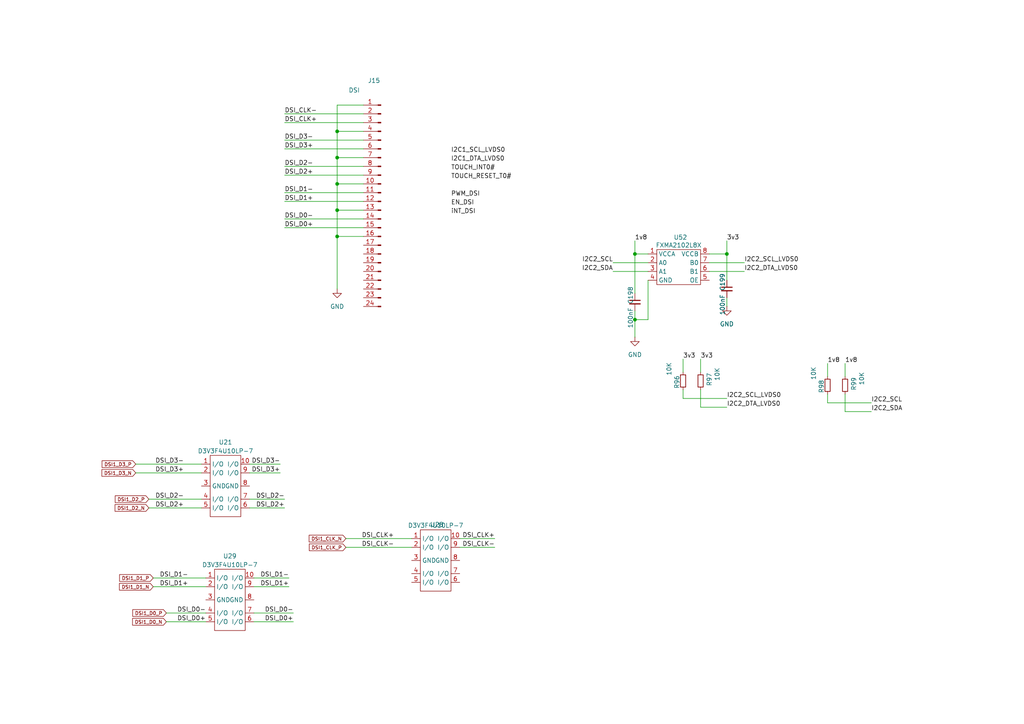
<source format=kicad_sch>
(kicad_sch (version 20250114) (generator "eeschema") (generator_version "9.0")
  (paper "A4")
  (lib_symbols
    (symbol "Connector:Conn_01x24_Pin" (pin_names (offset 1.016) (hide yes))
      (property "Reference" "J" (at 0 30.48 0))
      (property "Value" "Conn_01x24_Pin" (at 0 -33.02 0))
      (symbol "Conn_01x24_Pin_1_1"
        (rectangle (start 0.8636 28.067) (end 0 27.813) (stroke (width 0.1524)) (fill (type outline)))
        (rectangle (start 0.8636 25.527) (end 0 25.273) (stroke (width 0.1524)) (fill (type outline)))
        (rectangle (start 0.8636 22.987) (end 0 22.733) (stroke (width 0.1524)) (fill (type outline)))
        (rectangle (start 0.8636 20.447) (end 0 20.193) (stroke (width 0.1524)) (fill (type outline)))
        (rectangle (start 0.8636 17.907) (end 0 17.653) (stroke (width 0.1524)) (fill (type outline)))
        (rectangle (start 0.8636 15.367) (end 0 15.113) (stroke (width 0.1524)) (fill (type outline)))
        (rectangle (start 0.8636 12.827) (end 0 12.573) (stroke (width 0.1524)) (fill (type outline)))
        (rectangle (start 0.8636 10.287) (end 0 10.033) (stroke (width 0.1524)) (fill (type outline)))
        (rectangle (start 0.8636 7.747) (end 0 7.493) (stroke (width 0.1524)) (fill (type outline)))
        (rectangle (start 0.8636 5.207) (end 0 4.953) (stroke (width 0.1524)) (fill (type outline)))
        (rectangle (start 0.8636 2.667) (end 0 2.413) (stroke (width 0.1524)) (fill (type outline)))
        (rectangle (start 0.8636 0.127) (end 0 -0.127) (stroke (width 0.1524)) (fill (type outline)))
        (rectangle (start 0.8636 -2.413) (end 0 -2.667) (stroke (width 0.1524)) (fill (type outline)))
        (rectangle (start 0.8636 -4.953) (end 0 -5.207) (stroke (width 0.1524)) (fill (type outline)))
        (rectangle (start 0.8636 -7.493) (end 0 -7.747) (stroke (width 0.1524)) (fill (type outline)))
        (rectangle (start 0.8636 -10.033) (end 0 -10.287) (stroke (width 0.1524)) (fill (type outline)))
        (rectangle (start 0.8636 -12.573) (end 0 -12.827) (stroke (width 0.1524)) (fill (type outline)))
        (rectangle (start 0.8636 -15.113) (end 0 -15.367) (stroke (width 0.1524)) (fill (type outline)))
        (rectangle (start 0.8636 -17.653) (end 0 -17.907) (stroke (width 0.1524)) (fill (type outline)))
        (rectangle (start 0.8636 -20.193) (end 0 -20.447) (stroke (width 0.1524)) (fill (type outline)))
        (rectangle (start 0.8636 -22.733) (end 0 -22.987) (stroke (width 0.1524)) (fill (type outline)))
        (rectangle (start 0.8636 -25.273) (end 0 -25.527) (stroke (width 0.1524)) (fill (type outline)))
        (rectangle (start 0.8636 -27.813) (end 0 -28.067) (stroke (width 0.1524)) (fill (type outline)))
        (rectangle (start 0.8636 -30.353) (end 0 -30.607) (stroke (width 0.1524)) (fill (type outline)))
        (polyline (pts (xy 1.27 27.94) (xy 0.8636 27.94)) (stroke (width 0.1524)))
        (polyline (pts (xy 1.27 25.4) (xy 0.8636 25.4)) (stroke (width 0.1524)))
        (polyline (pts (xy 1.27 22.86) (xy 0.8636 22.86)) (stroke (width 0.1524)))
        (polyline (pts (xy 1.27 20.32) (xy 0.8636 20.32)) (stroke (width 0.1524)))
        (polyline (pts (xy 1.27 17.78) (xy 0.8636 17.78)) (stroke (width 0.1524)))
        (polyline (pts (xy 1.27 15.24) (xy 0.8636 15.24)) (stroke (width 0.1524)))
        (polyline (pts (xy 1.27 12.7) (xy 0.8636 12.7)) (stroke (width 0.1524)))
        (polyline (pts (xy 1.27 10.16) (xy 0.8636 10.16)) (stroke (width 0.1524)))
        (polyline (pts (xy 1.27 7.62) (xy 0.8636 7.62)) (stroke (width 0.1524)))
        (polyline (pts (xy 1.27 5.08) (xy 0.8636 5.08)) (stroke (width 0.1524)))
        (polyline (pts (xy 1.27 2.54) (xy 0.8636 2.54)) (stroke (width 0.1524)))
        (polyline (pts (xy 1.27 0) (xy 0.8636 0)) (stroke (width 0.1524)))
        (polyline (pts (xy 1.27 -2.54) (xy 0.8636 -2.54)) (stroke (width 0.1524)))
        (polyline (pts (xy 1.27 -5.08) (xy 0.8636 -5.08)) (stroke (width 0.1524)))
        (polyline (pts (xy 1.27 -7.62) (xy 0.8636 -7.62)) (stroke (width 0.1524)))
        (polyline (pts (xy 1.27 -10.16) (xy 0.8636 -10.16)) (stroke (width 0.1524)))
        (polyline (pts (xy 1.27 -12.7) (xy 0.8636 -12.7)) (stroke (width 0.1524)))
        (polyline (pts (xy 1.27 -15.24) (xy 0.8636 -15.24)) (stroke (width 0.1524)))
        (polyline (pts (xy 1.27 -17.78) (xy 0.8636 -17.78)) (stroke (width 0.1524)))
        (polyline (pts (xy 1.27 -20.32) (xy 0.8636 -20.32)) (stroke (width 0.1524)))
        (polyline (pts (xy 1.27 -22.86) (xy 0.8636 -22.86)) (stroke (width 0.1524)))
        (polyline (pts (xy 1.27 -25.4) (xy 0.8636 -25.4)) (stroke (width 0.1524)))
        (polyline (pts (xy 1.27 -27.94) (xy 0.8636 -27.94)) (stroke (width 0.1524)))
        (polyline (pts (xy 1.27 -30.48) (xy 0.8636 -30.48)) (stroke (width 0.1524)))
        (pin passive line (at 5.08 27.94 180) (length 3.81) (name "Pin_1") (number "1"))
        (pin passive line (at 5.08 25.4 180) (length 3.81) (name "Pin_2") (number "2"))
        (pin passive line (at 5.08 22.86 180) (length 3.81) (name "Pin_3") (number "3"))
        (pin passive line (at 5.08 20.32 180) (length 3.81) (name "Pin_4") (number "4"))
        (pin passive line (at 5.08 17.78 180) (length 3.81) (name "Pin_5") (number "5"))
        (pin passive line (at 5.08 15.24 180) (length 3.81) (name "Pin_6") (number "6"))
        (pin passive line (at 5.08 12.7 180) (length 3.81) (name "Pin_7") (number "7"))
        (pin passive line (at 5.08 10.16 180) (length 3.81) (name "Pin_8") (number "8"))
        (pin passive line (at 5.08 7.62 180) (length 3.81) (name "Pin_9") (number "9"))
        (pin passive line (at 5.08 5.08 180) (length 3.81) (name "Pin_10") (number "10"))
        (pin passive line (at 5.08 2.54 180) (length 3.81) (name "Pin_11") (number "11"))
        (pin passive line (at 5.08 0 180) (length 3.81) (name "Pin_12") (number "12"))
        (pin passive line (at 5.08 -2.54 180) (length 3.81) (name "Pin_13") (number "13"))
        (pin passive line (at 5.08 -5.08 180) (length 3.81) (name "Pin_14") (number "14"))
        (pin passive line (at 5.08 -7.62 180) (length 3.81) (name "Pin_15") (number "15"))
        (pin passive line (at 5.08 -10.16 180) (length 3.81) (name "Pin_16") (number "16"))
        (pin passive line (at 5.08 -12.7 180) (length 3.81) (name "Pin_17") (number "17"))
        (pin passive line (at 5.08 -15.24 180) (length 3.81) (name "Pin_18") (number "18"))
        (pin passive line (at 5.08 -17.78 180) (length 3.81) (name "Pin_19") (number "19"))
        (pin passive line (at 5.08 -20.32 180) (length 3.81) (name "Pin_20") (number "20"))
        (pin passive line (at 5.08 -22.86 180) (length 3.81) (name "Pin_21") (number "21"))
        (pin passive line (at 5.08 -25.4 180) (length 3.81) (name "Pin_22") (number "22"))
        (pin passive line (at 5.08 -27.94 180) (length 3.81) (name "Pin_23") (number "23"))
        (pin passive line (at 5.08 -30.48 180) (length 3.81) (name "Pin_24") (number "24"))
      )
    )
    (symbol "Device:C_Small" (pin_numbers (hide yes)) (pin_names (offset 0.254) (hide yes))
      (property "Reference" "C" (at 0.254 1.778 0))
      (property "Value" "C_Small" (at 0.254 -2.032 0))
      (symbol "C_Small_0_1"
        (polyline (pts (xy -1.524 0.508) (xy 1.524 0.508)) (stroke (width 0.3048)))
        (polyline (pts (xy -1.524 -0.508) (xy 1.524 -0.508)) (stroke (width 0.3302)))
      )
      (symbol "C_Small_1_1"
        (pin passive line (at 0 2.54 270) (length 2.032) (name "~") (number "1"))
        (pin passive line (at 0 -2.54 90) (length 2.032) (name "~") (number "2"))
      )
    )
    (symbol "Device:R_Small" (pin_numbers (hide yes)) (pin_names (offset 0.254) (hide yes))
      (property "Reference" "R" (at 0.762 0.508 0))
      (property "Value" "R_Small" (at 0.762 -1.016 0))
      (symbol "R_Small_0_1"
        (rectangle (start -0.762 1.778) (end 0.762 -1.778) (stroke (width 0.2032)))
      )
      (symbol "R_Small_1_1"
        (pin passive line (at 0 2.54 270) (length 0.762) (name "~") (number "1"))
        (pin passive line (at 0 -2.54 90) (length 0.762) (name "~") (number "2"))
      )
    )
    (symbol "_W_MX8M:D3V3F4U10LP-7"
      (property "Reference" "U" (at -0.254 5.334 0))
      (symbol "D3V3F4U10LP-7_0_1"
        (rectangle (start -5.08 3.81) (end 3.81 -13.97))
      )
      (symbol "D3V3F4U10LP-7_1_1"
        (pin input line (at -7.62 1.27 0) (length 2.54) (name "I/O") (number "1"))
        (pin input line (at -7.62 -1.27 0) (length 2.54) (name "I/O") (number "2"))
        (pin input line (at -7.62 -5.08 0) (length 2.54) (name "GND") (number "3"))
        (pin input line (at -7.62 -8.89 0) (length 2.54) (name "I/O") (number "4"))
        (pin input line (at -7.62 -11.43 0) (length 2.54) (name "I/O") (number "5"))
        (pin input line (at 6.35 1.27 180) (length 2.54) (name "I/O") (number "10"))
        (pin input line (at 6.35 -1.27 180) (length 2.54) (name "I/O") (number "9"))
        (pin input line (at 6.35 -5.08 180) (length 2.54) (name "GND") (number "8"))
        (pin input line (at 6.35 -8.89 180) (length 2.54) (name "I/O") (number "7"))
        (pin input line (at 6.35 -11.43 180) (length 2.54) (name "I/O") (number "6"))
      )
    )
    (symbol "_W_MX8M:FXMA2102L8X"
      (property "Reference" "U" (at 1.016 9.144 0))
      (symbol "FXMA2102L8X_0_1"
        (rectangle (start -5.08 7.62) (end 7.62 -2.54))
      )
      (symbol "FXMA2102L8X_1_1"
        (pin input line (at -7.62 6.35 0) (length 2.54) (name "VCCA") (number "1"))
        (pin input line (at -7.62 3.81 0) (length 2.54) (name "A0") (number "2"))
        (pin input line (at -7.62 1.27 0) (length 2.54) (name "A1") (number "3"))
        (pin input line (at -7.62 -1.27 0) (length 2.54) (name "GND") (number "4"))
        (pin input line (at 10.16 6.35 180) (length 2.54) (name "VCCB") (number "8"))
        (pin input line (at 10.16 3.81 180) (length 2.54) (name "B0") (number "7"))
        (pin input line (at 10.16 1.27 180) (length 2.54) (name "B1") (number "6"))
        (pin input line (at 10.16 -1.27 180) (length 2.54) (name "OE") (number "5"))
      )
    )
    (symbol "power:GND" (power) (pin_numbers (hide yes)) (pin_names (offset 0) (hide yes))
      (property "Value" "GND" (at 0 -3.81 0))
      (symbol "GND_0_1"
        (polyline (pts (xy 0 0) (xy 0 -1.27) (xy 1.27 -1.27) (xy 0 -2.54) (xy -1.27 -1.27) (xy 0 -1.27)))
      )
      (symbol "GND_1_1"
        (pin power_in line (at 0 0 270) (length 0) (name "~") (number "1"))
      )
    )
  )
  (junction (at 97.79 38.1))
  (junction (at 184.15 73.66))
  (junction (at 97.79 53.34))
  (junction (at 97.79 60.96))
  (junction (at 97.79 45.72))
  (junction (at 210.82 73.66))
  (junction (at 184.15 92.71))
  (junction (at 97.79 68.58))
  (wire (pts (xy 133.35 158.75) (xy 143.51 158.75)))
  (wire (pts (xy 48.26 177.8) (xy 59.69 177.8)))
  (wire (pts (xy 105.41 30.48) (xy 97.79 30.48)))
  (wire (pts (xy 198.12 104.14) (xy 198.12 107.95)))
  (wire (pts (xy 73.66 180.34) (xy 85.09 180.34)))
  (wire (pts (xy 97.79 30.48) (xy 97.79 38.1)))
  (wire (pts (xy 82.55 50.8) (xy 105.41 50.8)))
  (wire (pts (xy 82.55 43.18) (xy 105.41 43.18)))
  (wire (pts (xy 105.41 38.1) (xy 97.79 38.1)))
  (wire (pts (xy 184.15 92.71) (xy 187.96 92.71)))
  (wire (pts (xy 72.39 134.62) (xy 81.28 134.62)))
  (wire (pts (xy 97.79 38.1) (xy 97.79 45.72)))
  (wire (pts (xy 187.96 78.74) (xy 177.8 78.74)))
  (wire (pts (xy 72.39 144.78) (xy 82.55 144.78)))
  (wire (pts (xy 240.03 105.41) (xy 240.03 109.22)))
  (wire (pts (xy 205.74 73.66) (xy 210.82 73.66)))
  (wire (pts (xy 43.18 147.32) (xy 58.42 147.32)))
  (wire (pts (xy 43.18 144.78) (xy 58.42 144.78)))
  (wire (pts (xy 39.37 134.62) (xy 58.42 134.62)))
  (wire (pts (xy 39.37 137.16) (xy 58.42 137.16)))
  (wire (pts (xy 97.79 45.72) (xy 97.79 53.34)))
  (wire (pts (xy 245.11 119.38) (xy 252.73 119.38)))
  (wire (pts (xy 72.39 137.16) (xy 81.28 137.16)))
  (wire (pts (xy 100.33 156.21) (xy 119.38 156.21)))
  (wire (pts (xy 210.82 86.36) (xy 210.82 88.9)))
  (wire (pts (xy 205.74 78.74) (xy 215.9 78.74)))
  (wire (pts (xy 210.82 69.85) (xy 210.82 73.66)))
  (wire (pts (xy 133.35 156.21) (xy 143.51 156.21)))
  (wire (pts (xy 100.33 158.75) (xy 119.38 158.75)))
  (wire (pts (xy 240.03 116.84) (xy 252.73 116.84)))
  (wire (pts (xy 245.11 114.3) (xy 245.11 119.38)))
  (wire (pts (xy 203.2 104.14) (xy 203.2 107.95)))
  (wire (pts (xy 82.55 35.56) (xy 105.41 35.56)))
  (wire (pts (xy 105.41 45.72) (xy 97.79 45.72)))
  (wire (pts (xy 205.74 76.2) (xy 215.9 76.2)))
  (wire (pts (xy 187.96 81.28) (xy 187.96 92.71)))
  (wire (pts (xy 210.82 73.66) (xy 210.82 81.28)))
  (wire (pts (xy 97.79 68.58) (xy 97.79 83.82)))
  (wire (pts (xy 203.2 118.11) (xy 210.82 118.11)))
  (wire (pts (xy 73.66 167.64) (xy 83.82 167.64)))
  (wire (pts (xy 82.55 55.88) (xy 105.41 55.88)))
  (wire (pts (xy 184.15 69.85) (xy 184.15 73.66)))
  (wire (pts (xy 198.12 115.57) (xy 210.82 115.57)))
  (wire (pts (xy 187.96 73.66) (xy 184.15 73.66)))
  (wire (pts (xy 82.55 48.26) (xy 105.41 48.26)))
  (wire (pts (xy 82.55 33.02) (xy 105.41 33.02)))
  (wire (pts (xy 184.15 73.66) (xy 184.15 85.09)))
  (wire (pts (xy 184.15 90.17) (xy 184.15 92.71)))
  (wire (pts (xy 97.79 53.34) (xy 97.79 60.96)))
  (wire (pts (xy 187.96 76.2) (xy 177.8 76.2)))
  (wire (pts (xy 73.66 177.8) (xy 85.09 177.8)))
  (wire (pts (xy 105.41 68.58) (xy 97.79 68.58)))
  (wire (pts (xy 72.39 147.32) (xy 82.55 147.32)))
  (wire (pts (xy 105.41 60.96) (xy 97.79 60.96)))
  (wire (pts (xy 82.55 40.64) (xy 105.41 40.64)))
  (wire (pts (xy 245.11 105.41) (xy 245.11 109.22)))
  (wire (pts (xy 184.15 92.71) (xy 184.15 97.79)))
  (wire (pts (xy 48.26 180.34) (xy 59.69 180.34)))
  (wire (pts (xy 203.2 113.03) (xy 203.2 118.11)))
  (wire (pts (xy 44.45 170.18) (xy 59.69 170.18)))
  (wire (pts (xy 82.55 66.04) (xy 105.41 66.04)))
  (wire (pts (xy 97.79 60.96) (xy 97.79 68.58)))
  (wire (pts (xy 198.12 113.03) (xy 198.12 115.57)))
  (wire (pts (xy 82.55 58.42) (xy 105.41 58.42)))
  (wire (pts (xy 105.41 53.34) (xy 97.79 53.34)))
  (wire (pts (xy 82.55 63.5) (xy 105.41 63.5)))
  (wire (pts (xy 73.66 170.18) (xy 83.82 170.18)))
  (wire (pts (xy 240.03 114.3) (xy 240.03 116.84)))
  (wire (pts (xy 44.45 167.64) (xy 59.69 167.64)))
  (label "DSI_CLK+" (at 82.55 35.56 0))
  (label "DSI_D1+" (at 82.55 58.42 0))
  (label "DSI_D2+" (at 82.55 147.32 180))
  (label "DSI_D1-" (at 82.55 55.88 0))
  (label "I2C2_DTA_LVDS0" (at 210.82 118.11 0))
  (label "I2C1_DTA_LVDS0" (at 130.81 46.99 0))
  (label "DSI_D3+" (at 81.28 137.16 180))
  (label "1v8" (at 184.15 69.85 0))
  (label "DSI_D1+" (at 54.61 170.18 180))
  (label "DSI_CLK-" (at 82.55 33.02 0))
  (label "DSI_D0+" (at 82.55 66.04 0))
  (label "DSI_D1+" (at 83.82 170.18 180))
  (label "DSI_D3-" (at 53.34 134.62 180))
  (label "DSI_D2-" (at 53.34 144.78 180))
  (label "3v3" (at 203.2 104.14 0))
  (label "I2C2_SDA" (at 177.8 78.74 180))
  (label "I2C2_DTA_LVDS0" (at 215.9 78.74 0))
  (label "DSI_D1-" (at 83.82 167.64 180))
  (label "TOUCH_INT0#" (at 130.81 49.53 0))
  (label "EN_DSI" (at 130.81 59.69 0))
  (label "DSI_CLK+" (at 114.3 156.21 180))
  (label "I2C1_SCL_LVDS0" (at 130.81 44.45 0))
  (label "I2C2_SCL_LVDS0" (at 210.82 115.57 0))
  (label "DSI_D0-" (at 59.69 177.8 180))
  (label "PWM_DSI" (at 130.81 57.15 0))
  (label "I2C2_SCL_LVDS0" (at 215.9 76.2 0))
  (label "DSI_D2+" (at 82.55 50.8 0))
  (label "DSI_D0-" (at 85.09 177.8 180))
  (label "DSI_D0+" (at 59.69 180.34 180))
  (label "3v3" (at 198.12 104.14 0))
  (label "DSI_D0+" (at 85.09 180.34 180))
  (label "TOUCH_RESET_T0#" (at 130.81 52.07 0))
  (label "DSI_D3+" (at 53.34 137.16 180))
  (label "DSI_D2-" (at 82.55 48.26 0))
  (label "DSI_CLK-" (at 114.3 158.75 180))
  (label "DSI_CLK+" (at 143.51 156.21 180))
  (label "I2C2_SCL" (at 252.73 116.84 0))
  (label "3v3" (at 210.82 69.85 0))
  (label "1v8" (at 245.11 105.41 0))
  (label "I2C2_SDA" (at 252.73 119.38 0))
  (label "DSI_D2-" (at 82.55 144.78 180))
  (label "DSI_D3+" (at 82.55 43.18 0))
  (label "iNT_DSI" (at 130.81 62.23 0))
  (label "DSI_D0-" (at 82.55 63.5 0))
  (label "DSI_D3-" (at 81.28 134.62 180))
  (label "1v8" (at 240.03 105.41 0))
  (label "DSI_CLK-" (at 143.51 158.75 180))
  (label "I2C2_SCL" (at 177.8 76.2 180))
  (label "DSI_D3-" (at 82.55 40.64 0))
  (label "DSI_D2+" (at 53.34 147.32 180))
  (label "DSI_D1-" (at 54.61 167.64 180))
  (global_label "DSI1_D3_P" (shape input) (at 39.37 134.62 180) (effects (font (size 1 1))) (property "Intersheetrefs" "${INTERSHEET_REFS}" (effects (hide yes))))
  (global_label "DSI1_D2_P" (shape input) (at 43.18 144.78 180) (effects (font (size 1 1))) (property "Intersheetrefs" "${INTERSHEET_REFS}" (effects (hide yes))))
  (global_label "DSI1_D0_P" (shape input) (at 48.26 177.8 180) (effects (font (size 1 1))) (property "Intersheetrefs" "${INTERSHEET_REFS}" (effects (hide yes))))
  (global_label "DSI1_D2_N" (shape input) (at 43.18 147.32 180) (effects (font (size 1 1))) (property "Intersheetrefs" "${INTERSHEET_REFS}" (effects (hide yes))))
  (global_label "DSI1_D3_N" (shape input) (at 39.37 137.16 180) (effects (font (size 1 1))) (property "Intersheetrefs" "${INTERSHEET_REFS}" (effects (hide yes))))
  (global_label "DSI1_D1_N" (shape input) (at 44.45 170.18 180) (effects (font (size 1 1))) (property "Intersheetrefs" "${INTERSHEET_REFS}" (effects (hide yes))))
  (global_label "DSI1_CLK_N" (shape input) (at 100.33 156.21 180) (effects (font (size 1 1))) (property "Intersheetrefs" "${INTERSHEET_REFS}" (effects (hide yes))))
  (global_label "DSI1_CLK_P" (shape input) (at 100.33 158.75 180) (effects (font (size 1 1))) (property "Intersheetrefs" "${INTERSHEET_REFS}" (effects (hide yes))))
  (global_label "DSI1_D0_N" (shape input) (at 48.26 180.34 180) (effects (font (size 1 1))) (property "Intersheetrefs" "${INTERSHEET_REFS}" (effects (hide yes))))
  (global_label "DSI1_D1_P" (shape input) (at 44.45 167.64 180) (effects (font (size 1 1))) (property "Intersheetrefs" "${INTERSHEET_REFS}" (effects (hide yes))))
  (symbol (lib_id "Device:R_Small") (at 240.03 111.76 0) (mirror y) (unit 1)
    (property "Reference" "R98" (at 238.252 114.046 90) (effects (justify left)))
    (property "Value" "10K" (at 235.966 110.236 90) (effects (justify left)))
    (property "Footprint" "Resistor_SMD:R_0402_1005Metric" (effects (hide yes)))
    (property "Description" "Resistor, small symbol" (effects (hide yes)))
    (property "MP" "RC0402JR-0710KL" (effects (hide yes)))
    (property "Price" "0.1" (effects (hide yes)))
  )
  (symbol (lib_id "Device:R_Small") (at 245.11 111.76 0) (mirror y) (unit 1)
    (property "Reference" "R99" (at 247.65 113.284 90) (effects (justify left)))
    (property "Value" "10K" (at 249.936 111.76 90) (effects (justify left)))
    (property "Footprint" "Resistor_SMD:R_0402_1005Metric" (effects (hide yes)))
    (property "Description" "Resistor, small symbol" (effects (hide yes)))
    (property "MP" "RC0402JR-0710KL" (effects (hide yes)))
    (property "Price" "0.1" (effects (hide yes)))
  )
  (symbol (lib_id "power:GND") (at 210.82 88.9 0) (unit 1)
    (property "Reference" "#PWR261" (effects (hide yes)))
    (property "Value" "GND" (at 210.82 93.98 0))
    (property "Description" "Power symbol creates a global label with name \"GND\" , ground" (effects (hide yes)))
  )
  (symbol (lib_id "_W_MX8M:D3V3F4U10LP-7") (at 127 157.48 0) (unit 1)
    (property "Reference" "U28" (at 126.746 152.146 0))
    (property "Value" "D3V3F4U10LP-7" (at 126.365 152.4 0))
    (property "Footprint" "_W_SBC:DFN10_U-DFN2510-10_DIO" (effects (hide yes)))
    (property "MP" "D3V3F4U10LP-7" (effects (hide yes)))
    (property "Price" "0.35" (effects (hide yes)))
  )
  (symbol (lib_id "_W_MX8M:D3V3F4U10LP-7") (at 66.04 135.89 0) (unit 1)
    (property "Reference" "U21" (at 65.405 128.27 0))
    (property "Value" "D3V3F4U10LP-7" (at 65.405 130.81 0))
    (property "Footprint" "_W_SBC:DFN10_U-DFN2510-10_DIO" (effects (hide yes)))
    (property "MP" "D3V3F4U10LP-7" (effects (hide yes)))
    (property "Price" "0.5" (effects (hide yes)))
  )
  (symbol (lib_id "power:GND") (at 97.79 83.82 0) (unit 1)
    (property "Reference" "#PWR150" (effects (hide yes)))
    (property "Value" "GND" (at 97.79 88.9 0))
    (property "Description" "Power symbol creates a global label with name \"GND\" , ground" (effects (hide yes)))
  )
  (symbol (lib_id "_W_MX8M:FXMA2102L8X") (at 195.58 80.01 0) (unit 1)
    (property "Reference" "U52" (at 197.358 68.834 0))
    (property "Value" "FXMA2102L8X" (at 196.85 71.12 0))
    (property "Footprint" "_W_SBC:MICROPAK8_1P6X1P6_ONS" (effects (hide yes)))
    (property "MP" "FXMA2102L8X" (effects (hide yes)))
    (property "Price" "0.5" (effects (hide yes)))
  )
  (symbol (lib_id "Device:C_Small") (at 210.82 83.82 0) (unit 1)
    (property "Reference" "C199" (at 209.55 79.248 90) (effects (justify right)))
    (property "Value" "100nF" (at 209.55 85.344 90) (effects (justify right)))
    (property "Footprint" "Capacitor_SMD:C_0402_1005Metric" (effects (hide yes)))
    (property "Description" "Unpolarized capacitor, small symbol" (effects (hide yes)))
    (property "MP" "C0402C104K4RACTU" (effects (hide yes)))
    (property "Price" "0.1" (effects (hide yes)))
  )
  (symbol (lib_id "power:GND") (at 184.15 97.79 0) (unit 1)
    (property "Reference" "#PWR260" (effects (hide yes)))
    (property "Value" "GND" (at 184.15 102.87 0))
    (property "Description" "Power symbol creates a global label with name \"GND\" , ground" (effects (hide yes)))
  )
  (symbol (lib_id "_W_MX8M:D3V3F4U10LP-7") (at 67.31 168.91 0) (unit 1)
    (property "Reference" "U29" (at 66.675 161.29 0))
    (property "Value" "D3V3F4U10LP-7" (at 66.675 163.83 0))
    (property "Footprint" "_W_SBC:DFN10_U-DFN2510-10_DIO" (effects (hide yes)))
    (property "MP" "D3V3F4U10LP-7" (effects (hide yes)))
    (property "Price" "0.5" (effects (hide yes)))
  )
  (symbol (lib_id "Device:C_Small") (at 184.15 87.63 0) (unit 1)
    (property "Reference" "C198" (at 182.88 83.058 90) (effects (justify right)))
    (property "Value" "100nF" (at 182.88 89.154 90) (effects (justify right)))
    (property "Footprint" "Capacitor_SMD:C_0402_1005Metric" (effects (hide yes)))
    (property "Description" "Unpolarized capacitor, small symbol" (effects (hide yes)))
    (property "MP" "C0402C104K4RACTU" (effects (hide yes)))
    (property "Price" "0.1" (effects (hide yes)))
  )
  (symbol (lib_id "Connector:Conn_01x24_Pin") (at 110.49 58.42 0) (mirror y) (unit 1)
    (property "Reference" "J15" (at 106.68 23.368 0) (effects (justify right)))
    (property "Value" "DSI" (at 101.092 26.162 0) (effects (justify right)))
    (property "Footprint" "Connector_FFC-FPC:Hirose_FH12-24S-0.5SH_1x24-1MP_P0.50mm_Horizontal" (effects (hide yes)))
    (property "Description" "Generic connector, single row, 01x24, script generated" (effects (hide yes)))
  )
  (symbol (lib_id "Device:R_Small") (at 203.2 110.49 0) (mirror y) (unit 1)
    (property "Reference" "R97" (at 205.74 112.014 90) (effects (justify left)))
    (property "Value" "10K" (at 208.026 110.49 90) (effects (justify left)))
    (property "Footprint" "Resistor_SMD:R_0402_1005Metric" (effects (hide yes)))
    (property "Description" "Resistor, small symbol" (effects (hide yes)))
    (property "MP" "RC0402JR-0710KL" (effects (hide yes)))
    (property "Price" "0.1" (effects (hide yes)))
  )
  (symbol (lib_id "Device:R_Small") (at 198.12 110.49 0) (mirror y) (unit 1)
    (property "Reference" "R96" (at 196.342 112.776 90) (effects (justify left)))
    (property "Value" "10K" (at 194.056 108.966 90) (effects (justify left)))
    (property "Footprint" "Resistor_SMD:R_0402_1005Metric" (effects (hide yes)))
    (property "Description" "Resistor, small symbol" (effects (hide yes)))
    (property "MP" "RC0402JR-0710KL" (effects (hide yes)))
    (property "Price" "0.1" (effects (hide yes)))
  )
)
</source>
